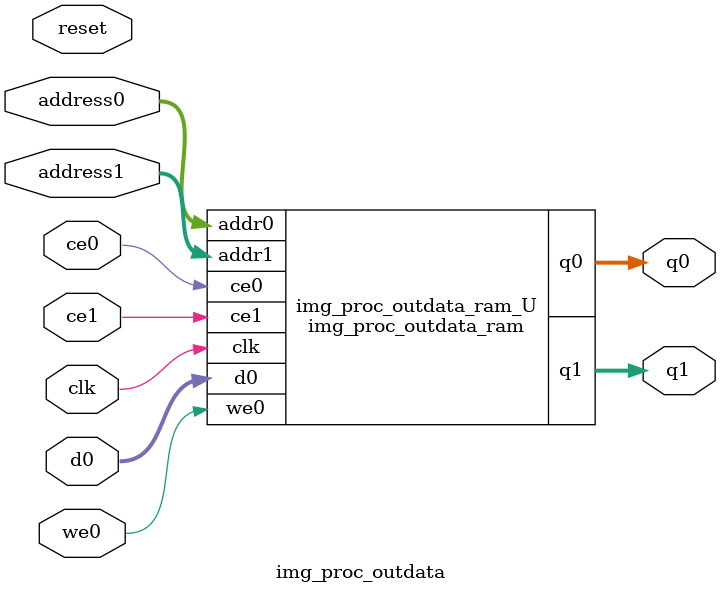
<source format=v>

`timescale 1 ns / 1 ps
module img_proc_outdata_ram (addr0, ce0, d0, we0, q0, addr1, ce1, q1,  clk);

parameter DWIDTH = 8;
parameter AWIDTH = 4;
parameter MEM_SIZE = 16;

input[AWIDTH-1:0] addr0;
input ce0;
input[DWIDTH-1:0] d0;
input we0;
output reg[DWIDTH-1:0] q0;
input[AWIDTH-1:0] addr1;
input ce1;
output reg[DWIDTH-1:0] q1;
input clk;

(* ram_style = "distributed" *)reg [DWIDTH-1:0] ram[0:MEM_SIZE-1];




always @(posedge clk)  
begin 
    if (ce0) 
    begin
        if (we0) 
        begin 
            ram[addr0] <= d0; 
            q0 <= d0;
        end 
        else 
            q0 <= ram[addr0];
    end
end


always @(posedge clk)  
begin 
    if (ce1) 
    begin
            q1 <= ram[addr1];
    end
end


endmodule


`timescale 1 ns / 1 ps
module img_proc_outdata(
    reset,
    clk,
    address0,
    ce0,
    we0,
    d0,
    q0,
    address1,
    ce1,
    q1);

parameter DataWidth = 32'd8;
parameter AddressRange = 32'd16;
parameter AddressWidth = 32'd4;
input reset;
input clk;
input[AddressWidth - 1:0] address0;
input ce0;
input we0;
input[DataWidth - 1:0] d0;
output[DataWidth - 1:0] q0;
input[AddressWidth - 1:0] address1;
input ce1;
output[DataWidth - 1:0] q1;



img_proc_outdata_ram img_proc_outdata_ram_U(
    .clk( clk ),
    .addr0( address0 ),
    .ce0( ce0 ),
    .d0( d0 ),
    .we0( we0 ),
    .q0( q0 ),
    .addr1( address1 ),
    .ce1( ce1 ),
    .q1( q1 ));

endmodule


</source>
